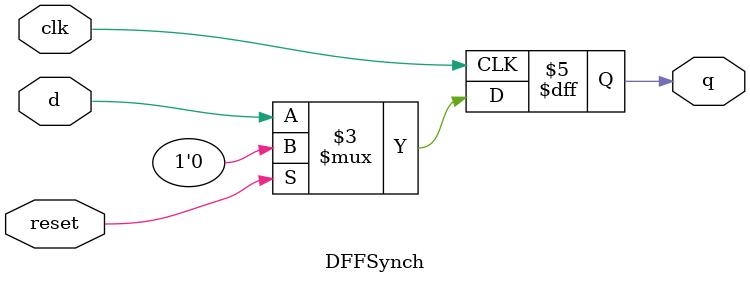
<source format=sv>
module DFFSynch(
    input clk, reset, d,    // Inputs: clock, reset, and data
    output reg q            // Output: flip-flop state
);
    always @(posedge clk) begin
        if (reset)          // On reset, clear q to 0
            q <= 0;
        else                // Otherwise, store d into q
            q <= d;
    end
endmodule

</source>
